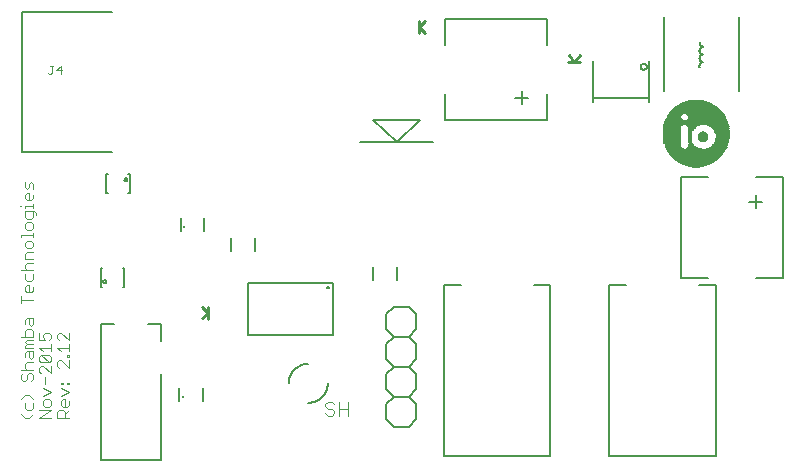
<source format=gto>
G75*
%MOIN*%
%OFA0B0*%
%FSLAX25Y25*%
%IPPOS*%
%LPD*%
%AMOC8*
5,1,8,0,0,1.08239X$1,22.5*
%
%ADD10C,0.00300*%
%ADD11R,0.02362X0.00118*%
%ADD12R,0.04016X0.00118*%
%ADD13R,0.05197X0.00118*%
%ADD14R,0.06142X0.00118*%
%ADD15R,0.06850X0.00118*%
%ADD16R,0.07559X0.00118*%
%ADD17R,0.08268X0.00118*%
%ADD18R,0.08740X0.00118*%
%ADD19R,0.09213X0.00118*%
%ADD20R,0.09685X0.00118*%
%ADD21R,0.10157X0.00118*%
%ADD22R,0.10630X0.00118*%
%ADD23R,0.11102X0.00118*%
%ADD24R,0.11575X0.00118*%
%ADD25R,0.12047X0.00118*%
%ADD26R,0.12283X0.00118*%
%ADD27R,0.12756X0.00118*%
%ADD28R,0.12992X0.00118*%
%ADD29R,0.13228X0.00118*%
%ADD30R,0.13701X0.00118*%
%ADD31R,0.13937X0.00118*%
%ADD32R,0.14173X0.00118*%
%ADD33R,0.14409X0.00118*%
%ADD34R,0.14882X0.00118*%
%ADD35R,0.15118X0.00118*%
%ADD36R,0.15354X0.00118*%
%ADD37R,0.15591X0.00118*%
%ADD38R,0.15827X0.00118*%
%ADD39R,0.16063X0.00118*%
%ADD40R,0.16299X0.00118*%
%ADD41R,0.16535X0.00118*%
%ADD42R,0.16772X0.00118*%
%ADD43R,0.17008X0.00118*%
%ADD44R,0.17244X0.00118*%
%ADD45R,0.17480X0.00118*%
%ADD46R,0.17717X0.00118*%
%ADD47R,0.17953X0.00118*%
%ADD48R,0.18189X0.00118*%
%ADD49R,0.18425X0.00118*%
%ADD50R,0.18661X0.00118*%
%ADD51R,0.18898X0.00118*%
%ADD52R,0.19134X0.00118*%
%ADD53R,0.19370X0.00118*%
%ADD54R,0.19606X0.00118*%
%ADD55R,0.19843X0.00118*%
%ADD56R,0.05669X0.00118*%
%ADD57R,0.05079X0.00118*%
%ADD58R,0.06732X0.00118*%
%ADD59R,0.05551X0.00118*%
%ADD60R,0.04370X0.00118*%
%ADD61R,0.06378X0.00118*%
%ADD62R,0.05433X0.00118*%
%ADD63R,0.03898X0.00118*%
%ADD64R,0.06024X0.00118*%
%ADD65R,0.03543X0.00118*%
%ADD66R,0.05906X0.00118*%
%ADD67R,0.05315X0.00118*%
%ADD68R,0.03189X0.00118*%
%ADD69R,0.02953X0.00118*%
%ADD70R,0.02717X0.00118*%
%ADD71R,0.02598X0.00118*%
%ADD72R,0.02244X0.00118*%
%ADD73R,0.02126X0.00118*%
%ADD74R,0.02008X0.00118*%
%ADD75R,0.01890X0.00118*%
%ADD76R,0.04961X0.00118*%
%ADD77R,0.01772X0.00118*%
%ADD78R,0.04843X0.00118*%
%ADD79R,0.01654X0.00118*%
%ADD80R,0.01535X0.00118*%
%ADD81R,0.05787X0.00118*%
%ADD82R,0.01417X0.00118*%
%ADD83R,0.01063X0.00118*%
%ADD84R,0.04724X0.00118*%
%ADD85R,0.01299X0.00118*%
%ADD86R,0.01181X0.00118*%
%ADD87R,0.02480X0.00118*%
%ADD88R,0.04606X0.00118*%
%ADD89R,0.03071X0.00118*%
%ADD90R,0.03307X0.00118*%
%ADD91R,0.03425X0.00118*%
%ADD92R,0.02835X0.00118*%
%ADD93R,0.00827X0.00118*%
%ADD94R,0.06260X0.00118*%
%ADD95R,0.06614X0.00118*%
%ADD96R,0.03661X0.00118*%
%ADD97R,0.04134X0.00118*%
%ADD98R,0.06969X0.00118*%
%ADD99R,0.06496X0.00118*%
%ADD100R,0.07323X0.00118*%
%ADD101R,0.12638X0.00118*%
%ADD102R,0.07913X0.00118*%
%ADD103R,0.21732X0.00118*%
%ADD104R,0.21496X0.00118*%
%ADD105R,0.21260X0.00118*%
%ADD106R,0.21024X0.00118*%
%ADD107R,0.20787X0.00118*%
%ADD108R,0.13583X0.00118*%
%ADD109R,0.13346X0.00118*%
%ADD110R,0.13110X0.00118*%
%ADD111R,0.12874X0.00118*%
%ADD112R,0.12520X0.00118*%
%ADD113R,0.12402X0.00118*%
%ADD114C,0.00600*%
%ADD115C,0.00500*%
%ADD116C,0.00800*%
%ADD117C,0.01181*%
%ADD118C,0.01000*%
%ADD119C,0.00400*%
D10*
X0006282Y0029933D02*
X0005048Y0031167D01*
X0006282Y0029933D02*
X0007516Y0029933D01*
X0008751Y0031167D01*
X0008134Y0032388D02*
X0008751Y0033005D01*
X0008751Y0034857D01*
X0008751Y0036071D02*
X0007516Y0037306D01*
X0006282Y0037306D01*
X0005048Y0036071D01*
X0006282Y0034857D02*
X0006282Y0033005D01*
X0006899Y0032388D01*
X0008134Y0032388D01*
X0011048Y0032402D02*
X0014751Y0032402D01*
X0011048Y0029933D01*
X0014751Y0029933D01*
X0017048Y0029933D02*
X0017048Y0031784D01*
X0017665Y0032402D01*
X0018899Y0032402D01*
X0019516Y0031784D01*
X0019516Y0029933D01*
X0019516Y0031167D02*
X0020751Y0032402D01*
X0020134Y0033616D02*
X0018899Y0033616D01*
X0018282Y0034233D01*
X0018282Y0035468D01*
X0018899Y0036085D01*
X0019516Y0036085D01*
X0019516Y0033616D01*
X0020134Y0033616D02*
X0020751Y0034233D01*
X0020751Y0035468D01*
X0020751Y0038533D02*
X0018282Y0037299D01*
X0018282Y0039768D02*
X0020751Y0038533D01*
X0020751Y0040982D02*
X0020134Y0040982D01*
X0020134Y0041599D01*
X0020751Y0041599D01*
X0020751Y0040982D01*
X0018899Y0040982D02*
X0018282Y0040982D01*
X0018282Y0041599D01*
X0018899Y0041599D01*
X0018899Y0040982D01*
X0014751Y0038533D02*
X0012282Y0039768D01*
X0012899Y0040982D02*
X0012899Y0043451D01*
X0011665Y0044665D02*
X0011048Y0045283D01*
X0011048Y0046517D01*
X0011665Y0047134D01*
X0012282Y0047134D01*
X0014751Y0044665D01*
X0014751Y0047134D01*
X0014134Y0048349D02*
X0011665Y0050817D01*
X0014134Y0050817D01*
X0014751Y0050200D01*
X0014751Y0048966D01*
X0014134Y0048349D01*
X0011665Y0048349D01*
X0011048Y0048966D01*
X0011048Y0050200D01*
X0011665Y0050817D01*
X0012282Y0052032D02*
X0011048Y0053266D01*
X0014751Y0053266D01*
X0014751Y0052032D02*
X0014751Y0054500D01*
X0014134Y0055715D02*
X0014751Y0056332D01*
X0014751Y0057566D01*
X0014134Y0058184D01*
X0012899Y0058184D01*
X0012282Y0057566D01*
X0012282Y0056949D01*
X0012899Y0055715D01*
X0011048Y0055715D01*
X0011048Y0058184D01*
X0008751Y0058794D02*
X0008751Y0056943D01*
X0005048Y0056943D01*
X0006282Y0056943D02*
X0006282Y0058794D01*
X0006899Y0059411D01*
X0008134Y0059411D01*
X0008751Y0058794D01*
X0008134Y0060626D02*
X0007516Y0061243D01*
X0007516Y0063094D01*
X0006899Y0063094D02*
X0008751Y0063094D01*
X0008751Y0061243D01*
X0008134Y0060626D01*
X0006282Y0061243D02*
X0006282Y0062477D01*
X0006899Y0063094D01*
X0017048Y0057566D02*
X0017665Y0058184D01*
X0018282Y0058184D01*
X0020751Y0055715D01*
X0020751Y0058184D01*
X0017048Y0057566D02*
X0017048Y0056332D01*
X0017665Y0055715D01*
X0017048Y0053266D02*
X0020751Y0053266D01*
X0020751Y0052032D02*
X0020751Y0054500D01*
X0018282Y0052032D02*
X0017048Y0053266D01*
X0020134Y0050807D02*
X0020751Y0050807D01*
X0020751Y0050190D01*
X0020134Y0050190D01*
X0020134Y0050807D01*
X0020751Y0048976D02*
X0020751Y0046507D01*
X0018282Y0048976D01*
X0017665Y0048976D01*
X0017048Y0048359D01*
X0017048Y0047124D01*
X0017665Y0046507D01*
X0008751Y0045893D02*
X0005048Y0045893D01*
X0005665Y0044679D02*
X0005048Y0044062D01*
X0005048Y0042827D01*
X0005665Y0042210D01*
X0006282Y0042210D01*
X0006899Y0042827D01*
X0006899Y0044062D01*
X0007516Y0044679D01*
X0008134Y0044679D01*
X0008751Y0044062D01*
X0008751Y0042827D01*
X0008134Y0042210D01*
X0006899Y0045893D02*
X0006282Y0046510D01*
X0006282Y0047745D01*
X0006899Y0048362D01*
X0008751Y0048362D01*
X0008134Y0049576D02*
X0007516Y0050193D01*
X0007516Y0052045D01*
X0006899Y0052045D02*
X0008751Y0052045D01*
X0008751Y0050193D01*
X0008134Y0049576D01*
X0006282Y0050193D02*
X0006282Y0051428D01*
X0006899Y0052045D01*
X0006282Y0053259D02*
X0006282Y0053877D01*
X0006899Y0054494D01*
X0006282Y0055111D01*
X0006899Y0055728D01*
X0008751Y0055728D01*
X0008751Y0054494D02*
X0006899Y0054494D01*
X0006282Y0053259D02*
X0008751Y0053259D01*
X0014751Y0038533D02*
X0012282Y0037299D01*
X0012899Y0036085D02*
X0012282Y0035468D01*
X0012282Y0034233D01*
X0012899Y0033616D01*
X0014134Y0033616D01*
X0014751Y0034233D01*
X0014751Y0035468D01*
X0014134Y0036085D01*
X0012899Y0036085D01*
X0017048Y0029933D02*
X0020751Y0029933D01*
X0008751Y0069226D02*
X0005048Y0069226D01*
X0005048Y0067992D02*
X0005048Y0070461D01*
X0006282Y0072292D02*
X0006899Y0071675D01*
X0008134Y0071675D01*
X0008751Y0072292D01*
X0008751Y0073527D01*
X0007516Y0074144D02*
X0007516Y0071675D01*
X0006282Y0072292D02*
X0006282Y0073527D01*
X0006899Y0074144D01*
X0007516Y0074144D01*
X0006899Y0075358D02*
X0008134Y0075358D01*
X0008751Y0075975D01*
X0008751Y0077827D01*
X0008751Y0079041D02*
X0005048Y0079041D01*
X0006282Y0079659D02*
X0006282Y0080893D01*
X0006899Y0081510D01*
X0008751Y0081510D01*
X0008751Y0082725D02*
X0006282Y0082725D01*
X0006282Y0084576D01*
X0006899Y0085193D01*
X0008751Y0085193D01*
X0008134Y0086408D02*
X0008751Y0087025D01*
X0008751Y0088259D01*
X0008134Y0088876D01*
X0006899Y0088876D01*
X0006282Y0088259D01*
X0006282Y0087025D01*
X0006899Y0086408D01*
X0008134Y0086408D01*
X0008751Y0090091D02*
X0008751Y0091325D01*
X0008751Y0090708D02*
X0005048Y0090708D01*
X0005048Y0090091D01*
X0006899Y0092546D02*
X0008134Y0092546D01*
X0008751Y0093163D01*
X0008751Y0094398D01*
X0008134Y0095015D01*
X0006899Y0095015D01*
X0006282Y0094398D01*
X0006282Y0093163D01*
X0006899Y0092546D01*
X0006899Y0096229D02*
X0008134Y0096229D01*
X0008751Y0096847D01*
X0008751Y0098698D01*
X0009368Y0098698D02*
X0006282Y0098698D01*
X0006282Y0096847D01*
X0006899Y0096229D01*
X0009985Y0097464D02*
X0009985Y0098081D01*
X0009368Y0098698D01*
X0008751Y0099913D02*
X0008751Y0101147D01*
X0008751Y0100530D02*
X0006282Y0100530D01*
X0006282Y0099913D01*
X0005048Y0100530D02*
X0004430Y0100530D01*
X0006282Y0102985D02*
X0006282Y0104220D01*
X0006899Y0104837D01*
X0007516Y0104837D01*
X0007516Y0102368D01*
X0006899Y0102368D02*
X0006282Y0102985D01*
X0006899Y0102368D02*
X0008134Y0102368D01*
X0008751Y0102985D01*
X0008751Y0104220D01*
X0008751Y0106051D02*
X0008751Y0107903D01*
X0008134Y0108520D01*
X0007516Y0107903D01*
X0007516Y0106668D01*
X0006899Y0106051D01*
X0006282Y0106668D01*
X0006282Y0108520D01*
X0006282Y0079659D02*
X0006899Y0079041D01*
X0006282Y0077827D02*
X0006282Y0075975D01*
X0006899Y0075358D01*
X0014251Y0144382D02*
X0014735Y0144382D01*
X0015219Y0144865D01*
X0015219Y0147284D01*
X0015702Y0147284D02*
X0014735Y0147284D01*
X0016714Y0145833D02*
X0018649Y0145833D01*
X0018165Y0147284D02*
X0016714Y0145833D01*
X0018165Y0144382D02*
X0018165Y0147284D01*
X0014251Y0144382D02*
X0013767Y0144865D01*
D11*
X0228440Y0126279D03*
X0228440Y0120255D03*
X0229976Y0113287D03*
X0229976Y0135610D03*
D12*
X0229976Y0135491D03*
X0229976Y0113405D03*
D13*
X0229976Y0113523D03*
X0237889Y0120491D03*
X0238598Y0125098D03*
X0238598Y0125216D03*
X0222535Y0129350D03*
X0229976Y0135373D03*
D14*
X0229976Y0135255D03*
X0222062Y0126869D03*
X0222062Y0126751D03*
X0221944Y0126397D03*
X0221944Y0126279D03*
X0221826Y0125570D03*
X0221826Y0125452D03*
X0221826Y0125334D03*
X0221826Y0125216D03*
X0221826Y0125098D03*
X0221826Y0124980D03*
X0221826Y0124862D03*
X0221826Y0124743D03*
X0221826Y0124625D03*
X0221826Y0124507D03*
X0221826Y0124389D03*
X0221826Y0124271D03*
X0221826Y0124153D03*
X0221826Y0124035D03*
X0221826Y0123917D03*
X0221826Y0123799D03*
X0221826Y0123680D03*
X0221826Y0123562D03*
X0221826Y0123444D03*
X0221826Y0123326D03*
X0229976Y0113641D03*
D15*
X0229976Y0113759D03*
X0237535Y0126988D03*
X0229976Y0135137D03*
D16*
X0229976Y0135019D03*
X0229976Y0113877D03*
D17*
X0229976Y0113995D03*
X0229976Y0134901D03*
D18*
X0229976Y0134783D03*
X0229976Y0114114D03*
D19*
X0229976Y0114232D03*
X0229976Y0134665D03*
D20*
X0229976Y0134547D03*
X0229976Y0114350D03*
D21*
X0229976Y0114468D03*
X0229976Y0134428D03*
D22*
X0229976Y0134310D03*
X0229976Y0114586D03*
D23*
X0229976Y0114704D03*
X0229976Y0134192D03*
D24*
X0229976Y0134074D03*
X0229976Y0114822D03*
D25*
X0229976Y0114940D03*
X0229976Y0133956D03*
D26*
X0229976Y0133838D03*
X0233165Y0130649D03*
X0233283Y0130531D03*
X0233401Y0130295D03*
X0229976Y0115058D03*
D27*
X0229976Y0115177D03*
X0233637Y0129468D03*
X0229976Y0133720D03*
D28*
X0229976Y0133602D03*
X0233637Y0129232D03*
X0229976Y0115295D03*
D29*
X0229976Y0115413D03*
X0229976Y0133484D03*
D30*
X0229976Y0133365D03*
X0229976Y0115531D03*
D31*
X0229976Y0115649D03*
X0233401Y0128759D03*
X0229976Y0133247D03*
D32*
X0229976Y0133129D03*
X0229976Y0115767D03*
D33*
X0229976Y0115885D03*
X0229976Y0133011D03*
D34*
X0229976Y0132893D03*
X0229976Y0116003D03*
D35*
X0229976Y0116121D03*
X0229976Y0132775D03*
D36*
X0229976Y0132657D03*
X0229976Y0116239D03*
D37*
X0229976Y0116358D03*
X0229976Y0132539D03*
D38*
X0229976Y0132421D03*
X0229976Y0116476D03*
D39*
X0229976Y0116594D03*
X0229976Y0132302D03*
D40*
X0229976Y0132184D03*
X0229976Y0116712D03*
D41*
X0229976Y0116830D03*
X0229976Y0132066D03*
D42*
X0229976Y0131948D03*
X0229976Y0116948D03*
D43*
X0229976Y0117066D03*
X0229976Y0117184D03*
X0229976Y0131712D03*
X0229976Y0131830D03*
D44*
X0229976Y0131594D03*
X0229976Y0117302D03*
D45*
X0229976Y0117421D03*
X0229976Y0131476D03*
D46*
X0229976Y0131358D03*
X0229976Y0117539D03*
D47*
X0229976Y0117657D03*
X0229976Y0117775D03*
X0229976Y0131121D03*
X0229976Y0131239D03*
D48*
X0229976Y0117893D03*
D49*
X0229976Y0118011D03*
D50*
X0229976Y0118129D03*
X0229976Y0118247D03*
D51*
X0229976Y0118365D03*
D52*
X0229976Y0118484D03*
X0229976Y0118602D03*
D53*
X0229976Y0118720D03*
X0229976Y0118838D03*
D54*
X0229976Y0118956D03*
X0229976Y0119074D03*
D55*
X0229976Y0119192D03*
D56*
X0237298Y0119783D03*
X0237417Y0119901D03*
X0238243Y0126043D03*
X0222535Y0128995D03*
X0222062Y0121318D03*
X0222062Y0121200D03*
X0222062Y0121082D03*
X0222889Y0119310D03*
D57*
X0229090Y0119310D03*
X0237948Y0120610D03*
X0238066Y0120728D03*
X0238657Y0124862D03*
X0238657Y0124980D03*
X0222476Y0129468D03*
D58*
X0236531Y0119310D03*
D59*
X0222712Y0119428D03*
X0222121Y0120728D03*
X0222121Y0120846D03*
X0222121Y0120964D03*
X0238302Y0125925D03*
D60*
X0228972Y0119428D03*
D61*
X0236826Y0119428D03*
X0237771Y0126751D03*
X0222298Y0127106D03*
D62*
X0222535Y0129114D03*
X0238361Y0125806D03*
X0238361Y0125688D03*
X0238480Y0125570D03*
X0237653Y0120137D03*
X0237535Y0120019D03*
X0222653Y0119547D03*
X0222535Y0119665D03*
X0222298Y0120137D03*
X0222298Y0120255D03*
X0222180Y0120373D03*
X0222180Y0120491D03*
X0222180Y0120610D03*
D63*
X0228854Y0119547D03*
D64*
X0237003Y0119547D03*
X0221885Y0122499D03*
X0221885Y0122617D03*
X0221885Y0122736D03*
X0221885Y0122854D03*
X0221885Y0122972D03*
X0221885Y0123090D03*
X0221885Y0123208D03*
X0221885Y0125688D03*
X0221885Y0125806D03*
X0221885Y0125925D03*
X0221885Y0126043D03*
X0221885Y0126161D03*
X0222003Y0126515D03*
X0222003Y0126633D03*
X0237948Y0126515D03*
X0238066Y0126397D03*
D65*
X0228794Y0119665D03*
D66*
X0237180Y0119665D03*
X0221944Y0121909D03*
X0221944Y0122027D03*
X0221944Y0122145D03*
X0221944Y0122263D03*
X0221944Y0122381D03*
X0238125Y0126279D03*
D67*
X0238539Y0125452D03*
X0238539Y0125334D03*
X0237830Y0120373D03*
X0237712Y0120255D03*
X0222476Y0119783D03*
X0222357Y0119901D03*
X0222357Y0120019D03*
X0222476Y0129232D03*
D68*
X0232397Y0124035D03*
X0232397Y0123917D03*
X0232397Y0122736D03*
X0232397Y0122617D03*
X0228735Y0119783D03*
D69*
X0228617Y0119901D03*
X0232397Y0122381D03*
X0232397Y0124153D03*
D70*
X0232397Y0124389D03*
X0232397Y0122263D03*
X0228617Y0120019D03*
D71*
X0228558Y0120137D03*
X0228558Y0126515D03*
D72*
X0228381Y0126161D03*
X0232397Y0124625D03*
X0232397Y0122027D03*
X0228381Y0120373D03*
D73*
X0228322Y0120491D03*
X0228322Y0126043D03*
D74*
X0228263Y0125925D03*
X0232397Y0121909D03*
X0228263Y0120728D03*
X0228263Y0120610D03*
D75*
X0228204Y0120846D03*
X0228204Y0125806D03*
X0232338Y0124743D03*
D76*
X0238716Y0124743D03*
X0238716Y0124625D03*
X0238716Y0124507D03*
X0238243Y0121082D03*
X0238125Y0120846D03*
X0222535Y0129586D03*
X0222535Y0129704D03*
D77*
X0228145Y0125688D03*
X0228145Y0125570D03*
X0228145Y0120964D03*
D78*
X0238184Y0120964D03*
X0238302Y0121200D03*
X0238302Y0121318D03*
X0238420Y0121436D03*
X0238420Y0121554D03*
X0238775Y0123917D03*
X0238775Y0124035D03*
X0238775Y0124153D03*
X0238775Y0124271D03*
X0238775Y0124389D03*
X0223302Y0131003D03*
X0222594Y0129822D03*
D79*
X0228086Y0125452D03*
X0228086Y0121200D03*
X0228086Y0121082D03*
X0232338Y0121791D03*
D80*
X0228027Y0121436D03*
X0228027Y0121318D03*
X0228027Y0125216D03*
X0228027Y0125334D03*
X0232397Y0124862D03*
D81*
X0238184Y0126161D03*
X0222594Y0128877D03*
X0222003Y0121791D03*
X0222003Y0121673D03*
X0222003Y0121554D03*
X0222003Y0121436D03*
D82*
X0227968Y0121554D03*
X0227968Y0121673D03*
X0227968Y0124980D03*
X0227968Y0125098D03*
D83*
X0227791Y0124035D03*
X0227791Y0123917D03*
X0227791Y0123799D03*
X0227791Y0123680D03*
X0227791Y0123562D03*
X0227791Y0123444D03*
X0227791Y0123326D03*
X0227791Y0123208D03*
X0227791Y0123090D03*
X0227791Y0122972D03*
X0227791Y0122854D03*
X0227791Y0122736D03*
X0227791Y0122617D03*
X0232397Y0121673D03*
D84*
X0238480Y0121673D03*
X0238480Y0121791D03*
X0238598Y0121909D03*
X0238598Y0122027D03*
X0238598Y0122145D03*
X0238716Y0122499D03*
X0238716Y0122617D03*
X0238716Y0122736D03*
X0238834Y0123326D03*
X0238834Y0123444D03*
X0238834Y0123562D03*
X0238834Y0123680D03*
X0238834Y0123799D03*
X0223125Y0130885D03*
X0223007Y0130767D03*
X0222653Y0130177D03*
X0222653Y0130058D03*
X0222535Y0129940D03*
D85*
X0227909Y0124862D03*
X0227909Y0124743D03*
X0227909Y0124625D03*
X0227909Y0122027D03*
X0227909Y0121909D03*
X0227909Y0121791D03*
D86*
X0227850Y0122145D03*
X0227850Y0122263D03*
X0227850Y0122381D03*
X0227850Y0122499D03*
X0227850Y0124153D03*
X0227850Y0124271D03*
X0227850Y0124389D03*
X0227850Y0124507D03*
D87*
X0228499Y0126397D03*
X0232397Y0124507D03*
X0232397Y0122145D03*
D88*
X0228854Y0127224D03*
X0222948Y0130649D03*
X0222830Y0130531D03*
X0222712Y0130413D03*
X0222712Y0130295D03*
X0238775Y0123208D03*
X0238775Y0123090D03*
X0238775Y0122972D03*
X0238775Y0122854D03*
X0238657Y0122381D03*
X0238657Y0122263D03*
D89*
X0232338Y0122499D03*
X0228676Y0126751D03*
D90*
X0228676Y0126869D03*
X0232338Y0123799D03*
X0232338Y0122854D03*
D91*
X0232397Y0122972D03*
X0232397Y0123090D03*
X0232397Y0123208D03*
X0232397Y0123326D03*
X0232397Y0123444D03*
X0232397Y0123562D03*
X0232397Y0123680D03*
D92*
X0232338Y0124271D03*
X0228558Y0126633D03*
D93*
X0232397Y0124980D03*
D94*
X0237830Y0126633D03*
X0222712Y0128759D03*
X0222121Y0126988D03*
D95*
X0237653Y0126869D03*
D96*
X0228735Y0126988D03*
D97*
X0228854Y0127106D03*
D98*
X0237357Y0127106D03*
D99*
X0222357Y0127224D03*
D100*
X0237180Y0127224D03*
D101*
X0233578Y0129586D03*
X0233578Y0129704D03*
X0225428Y0127342D03*
D102*
X0236885Y0127342D03*
D103*
X0229976Y0127460D03*
D104*
X0229976Y0127578D03*
X0229976Y0127696D03*
X0229976Y0127814D03*
D105*
X0229976Y0127932D03*
X0229976Y0128051D03*
X0229976Y0128169D03*
D106*
X0229976Y0128287D03*
X0229976Y0128405D03*
X0229976Y0128523D03*
D107*
X0229976Y0128641D03*
D108*
X0233460Y0128877D03*
D109*
X0233578Y0128995D03*
D110*
X0233578Y0129114D03*
D111*
X0233578Y0129350D03*
D112*
X0233519Y0129822D03*
X0233519Y0129940D03*
X0232810Y0131003D03*
D113*
X0232987Y0130885D03*
X0233106Y0130767D03*
X0233342Y0130413D03*
X0233460Y0130177D03*
X0233460Y0130058D03*
D114*
X0173949Y0136562D02*
X0169678Y0136562D01*
X0171813Y0134427D02*
X0171813Y0138697D01*
X0249751Y0104096D02*
X0249751Y0099826D01*
X0247616Y0101961D02*
X0251886Y0101961D01*
X0136629Y0064310D02*
X0136629Y0059310D01*
X0134129Y0056810D01*
X0136629Y0054310D01*
X0136629Y0049310D01*
X0134129Y0046810D01*
X0136629Y0044310D01*
X0136629Y0039310D01*
X0134129Y0036810D01*
X0136629Y0034310D01*
X0136629Y0029310D01*
X0134129Y0026810D01*
X0129129Y0026810D01*
X0126629Y0029310D01*
X0126629Y0034310D01*
X0129129Y0036810D01*
X0126629Y0039310D01*
X0126629Y0044310D01*
X0129129Y0046810D01*
X0134129Y0046810D01*
X0129129Y0046810D02*
X0126629Y0049310D01*
X0126629Y0054310D01*
X0129129Y0056810D01*
X0126629Y0059310D01*
X0126629Y0064310D01*
X0129129Y0066810D01*
X0134129Y0066810D01*
X0136629Y0064310D01*
X0134129Y0056810D02*
X0129129Y0056810D01*
X0100625Y0047897D02*
X0100465Y0047895D01*
X0100306Y0047889D01*
X0100147Y0047879D01*
X0099988Y0047866D01*
X0099829Y0047848D01*
X0099671Y0047827D01*
X0099514Y0047801D01*
X0099357Y0047772D01*
X0099201Y0047739D01*
X0099046Y0047702D01*
X0098891Y0047662D01*
X0098738Y0047617D01*
X0098586Y0047569D01*
X0098435Y0047517D01*
X0098286Y0047461D01*
X0098138Y0047402D01*
X0097991Y0047339D01*
X0097846Y0047273D01*
X0097703Y0047203D01*
X0097561Y0047129D01*
X0097421Y0047053D01*
X0097283Y0046972D01*
X0097148Y0046889D01*
X0097014Y0046802D01*
X0096882Y0046711D01*
X0096753Y0046618D01*
X0096626Y0046521D01*
X0096501Y0046422D01*
X0096379Y0046319D01*
X0096260Y0046213D01*
X0096143Y0046105D01*
X0096029Y0045993D01*
X0095917Y0045879D01*
X0095809Y0045762D01*
X0095703Y0045643D01*
X0095600Y0045521D01*
X0095501Y0045396D01*
X0095404Y0045269D01*
X0095311Y0045140D01*
X0095220Y0045008D01*
X0095133Y0044874D01*
X0095050Y0044739D01*
X0094969Y0044601D01*
X0094893Y0044461D01*
X0094819Y0044319D01*
X0094749Y0044176D01*
X0094683Y0044031D01*
X0094620Y0043884D01*
X0094561Y0043736D01*
X0094505Y0043587D01*
X0094453Y0043436D01*
X0094405Y0043284D01*
X0094360Y0043131D01*
X0094320Y0042976D01*
X0094283Y0042821D01*
X0094250Y0042665D01*
X0094221Y0042508D01*
X0094195Y0042351D01*
X0094174Y0042193D01*
X0094156Y0042034D01*
X0094143Y0041875D01*
X0094133Y0041716D01*
X0094127Y0041557D01*
X0094125Y0041397D01*
X0100625Y0034897D02*
X0100785Y0034899D01*
X0100944Y0034905D01*
X0101103Y0034915D01*
X0101262Y0034928D01*
X0101421Y0034946D01*
X0101579Y0034967D01*
X0101736Y0034993D01*
X0101893Y0035022D01*
X0102049Y0035055D01*
X0102204Y0035092D01*
X0102359Y0035132D01*
X0102512Y0035177D01*
X0102664Y0035225D01*
X0102815Y0035277D01*
X0102964Y0035333D01*
X0103112Y0035392D01*
X0103259Y0035455D01*
X0103404Y0035521D01*
X0103547Y0035591D01*
X0103689Y0035665D01*
X0103829Y0035741D01*
X0103967Y0035822D01*
X0104102Y0035905D01*
X0104236Y0035992D01*
X0104368Y0036083D01*
X0104497Y0036176D01*
X0104624Y0036273D01*
X0104749Y0036372D01*
X0104871Y0036475D01*
X0104990Y0036581D01*
X0105107Y0036689D01*
X0105221Y0036801D01*
X0105333Y0036915D01*
X0105441Y0037032D01*
X0105547Y0037151D01*
X0105650Y0037273D01*
X0105749Y0037398D01*
X0105846Y0037525D01*
X0105939Y0037654D01*
X0106030Y0037786D01*
X0106117Y0037920D01*
X0106200Y0038055D01*
X0106281Y0038193D01*
X0106357Y0038333D01*
X0106431Y0038475D01*
X0106501Y0038618D01*
X0106567Y0038763D01*
X0106630Y0038910D01*
X0106689Y0039058D01*
X0106745Y0039207D01*
X0106797Y0039358D01*
X0106845Y0039510D01*
X0106890Y0039663D01*
X0106930Y0039818D01*
X0106967Y0039973D01*
X0107000Y0040129D01*
X0107029Y0040286D01*
X0107055Y0040443D01*
X0107076Y0040601D01*
X0107094Y0040760D01*
X0107107Y0040919D01*
X0107117Y0041078D01*
X0107123Y0041237D01*
X0107125Y0041397D01*
X0129129Y0036810D02*
X0134129Y0036810D01*
D115*
X0031728Y0015806D02*
X0031728Y0061082D01*
X0036058Y0061082D01*
X0047082Y0061082D02*
X0051413Y0061082D01*
X0051413Y0055570D01*
X0051413Y0044547D02*
X0051413Y0015806D01*
X0031728Y0015806D01*
X0080645Y0057342D02*
X0080645Y0074665D01*
X0108794Y0074665D01*
X0108794Y0057342D01*
X0080645Y0057342D01*
X0107023Y0073287D02*
X0107025Y0073314D01*
X0107031Y0073341D01*
X0107040Y0073367D01*
X0107053Y0073391D01*
X0107069Y0073414D01*
X0107088Y0073433D01*
X0107110Y0073450D01*
X0107134Y0073464D01*
X0107159Y0073474D01*
X0107186Y0073481D01*
X0107213Y0073484D01*
X0107241Y0073483D01*
X0107268Y0073478D01*
X0107294Y0073470D01*
X0107318Y0073458D01*
X0107341Y0073442D01*
X0107362Y0073424D01*
X0107379Y0073403D01*
X0107394Y0073379D01*
X0107405Y0073354D01*
X0107413Y0073328D01*
X0107417Y0073301D01*
X0107417Y0073273D01*
X0107413Y0073246D01*
X0107405Y0073220D01*
X0107394Y0073195D01*
X0107379Y0073171D01*
X0107362Y0073150D01*
X0107341Y0073132D01*
X0107319Y0073116D01*
X0107294Y0073104D01*
X0107268Y0073096D01*
X0107241Y0073091D01*
X0107213Y0073090D01*
X0107186Y0073093D01*
X0107159Y0073100D01*
X0107134Y0073110D01*
X0107110Y0073124D01*
X0107088Y0073141D01*
X0107069Y0073160D01*
X0107053Y0073183D01*
X0107040Y0073207D01*
X0107031Y0073233D01*
X0107025Y0073260D01*
X0107023Y0073287D01*
X0122279Y0075649D02*
X0122279Y0079980D01*
X0130153Y0079980D02*
X0130153Y0075649D01*
X0145901Y0074074D02*
X0151413Y0074074D01*
X0145901Y0074074D02*
X0145901Y0016988D01*
X0181334Y0016988D01*
X0181334Y0074074D01*
X0175822Y0074074D01*
X0201019Y0074074D02*
X0206531Y0074074D01*
X0201019Y0074074D02*
X0201019Y0016988D01*
X0236452Y0016988D01*
X0236452Y0074074D01*
X0230940Y0074074D01*
X0233893Y0076436D02*
X0225035Y0076436D01*
X0225035Y0110295D01*
X0233893Y0110295D01*
X0250035Y0110295D02*
X0258893Y0110295D01*
X0258893Y0076436D01*
X0250035Y0076436D01*
X0142357Y0121909D02*
X0130153Y0121909D01*
X0122279Y0128995D01*
X0138027Y0128995D01*
X0130153Y0121909D01*
X0117948Y0121909D01*
X0146294Y0128995D02*
X0146294Y0137854D01*
X0146294Y0128995D02*
X0180153Y0128995D01*
X0180153Y0137854D01*
X0211456Y0146948D02*
X0211458Y0147011D01*
X0211464Y0147073D01*
X0211474Y0147135D01*
X0211487Y0147197D01*
X0211505Y0147257D01*
X0211526Y0147316D01*
X0211551Y0147374D01*
X0211580Y0147430D01*
X0211612Y0147484D01*
X0211647Y0147536D01*
X0211685Y0147585D01*
X0211727Y0147633D01*
X0211771Y0147677D01*
X0211819Y0147719D01*
X0211868Y0147757D01*
X0211920Y0147792D01*
X0211974Y0147824D01*
X0212030Y0147853D01*
X0212088Y0147878D01*
X0212147Y0147899D01*
X0212207Y0147917D01*
X0212269Y0147930D01*
X0212331Y0147940D01*
X0212393Y0147946D01*
X0212456Y0147948D01*
X0212519Y0147946D01*
X0212581Y0147940D01*
X0212643Y0147930D01*
X0212705Y0147917D01*
X0212765Y0147899D01*
X0212824Y0147878D01*
X0212882Y0147853D01*
X0212938Y0147824D01*
X0212992Y0147792D01*
X0213044Y0147757D01*
X0213093Y0147719D01*
X0213141Y0147677D01*
X0213185Y0147633D01*
X0213227Y0147585D01*
X0213265Y0147536D01*
X0213300Y0147484D01*
X0213332Y0147430D01*
X0213361Y0147374D01*
X0213386Y0147316D01*
X0213407Y0147257D01*
X0213425Y0147197D01*
X0213438Y0147135D01*
X0213448Y0147073D01*
X0213454Y0147011D01*
X0213456Y0146948D01*
X0213454Y0146885D01*
X0213448Y0146823D01*
X0213438Y0146761D01*
X0213425Y0146699D01*
X0213407Y0146639D01*
X0213386Y0146580D01*
X0213361Y0146522D01*
X0213332Y0146466D01*
X0213300Y0146412D01*
X0213265Y0146360D01*
X0213227Y0146311D01*
X0213185Y0146263D01*
X0213141Y0146219D01*
X0213093Y0146177D01*
X0213044Y0146139D01*
X0212992Y0146104D01*
X0212938Y0146072D01*
X0212882Y0146043D01*
X0212824Y0146018D01*
X0212765Y0145997D01*
X0212705Y0145979D01*
X0212643Y0145966D01*
X0212581Y0145956D01*
X0212519Y0145950D01*
X0212456Y0145948D01*
X0212393Y0145950D01*
X0212331Y0145956D01*
X0212269Y0145966D01*
X0212207Y0145979D01*
X0212147Y0145997D01*
X0212088Y0146018D01*
X0212030Y0146043D01*
X0211974Y0146072D01*
X0211920Y0146104D01*
X0211868Y0146139D01*
X0211819Y0146177D01*
X0211771Y0146219D01*
X0211727Y0146263D01*
X0211685Y0146311D01*
X0211647Y0146360D01*
X0211612Y0146412D01*
X0211580Y0146466D01*
X0211551Y0146522D01*
X0211526Y0146580D01*
X0211505Y0146639D01*
X0211487Y0146699D01*
X0211474Y0146761D01*
X0211464Y0146823D01*
X0211458Y0146885D01*
X0211456Y0146948D01*
X0219326Y0138641D02*
X0219326Y0163444D01*
X0231138Y0154980D02*
X0231131Y0154912D01*
X0231129Y0154844D01*
X0231130Y0154776D01*
X0231135Y0154708D01*
X0231144Y0154641D01*
X0231157Y0154574D01*
X0231173Y0154508D01*
X0231193Y0154443D01*
X0231216Y0154379D01*
X0231243Y0154317D01*
X0231273Y0154256D01*
X0231306Y0154197D01*
X0231343Y0154139D01*
X0231383Y0154084D01*
X0231426Y0154032D01*
X0231471Y0153981D01*
X0231520Y0153933D01*
X0231571Y0153888D01*
X0231624Y0153846D01*
X0231680Y0153807D01*
X0231737Y0153771D01*
X0231797Y0153738D01*
X0231858Y0153709D01*
X0231921Y0153683D01*
X0231985Y0153660D01*
X0232050Y0153641D01*
X0232116Y0153626D01*
X0232183Y0153614D01*
X0232251Y0153606D01*
X0232319Y0153602D01*
X0232318Y0153543D02*
X0232249Y0153541D01*
X0232180Y0153535D01*
X0232112Y0153526D01*
X0232045Y0153513D01*
X0231978Y0153496D01*
X0231912Y0153475D01*
X0231848Y0153451D01*
X0231785Y0153423D01*
X0231723Y0153392D01*
X0231663Y0153358D01*
X0231606Y0153320D01*
X0231550Y0153279D01*
X0231497Y0153236D01*
X0231446Y0153189D01*
X0231398Y0153140D01*
X0231353Y0153088D01*
X0231311Y0153033D01*
X0231272Y0152977D01*
X0231235Y0152918D01*
X0231203Y0152857D01*
X0231173Y0152795D01*
X0231147Y0152731D01*
X0231125Y0152666D01*
X0231106Y0152600D01*
X0231091Y0152533D01*
X0231080Y0152465D01*
X0231072Y0152396D01*
X0231068Y0152327D01*
X0231068Y0152259D01*
X0231072Y0152190D01*
X0231080Y0152121D01*
X0231091Y0152053D01*
X0231106Y0151986D01*
X0231125Y0151920D01*
X0231147Y0151855D01*
X0231173Y0151791D01*
X0231203Y0151729D01*
X0231235Y0151668D01*
X0231272Y0151609D01*
X0231311Y0151553D01*
X0231353Y0151498D01*
X0231398Y0151446D01*
X0231446Y0151397D01*
X0231497Y0151350D01*
X0231550Y0151307D01*
X0231606Y0151266D01*
X0231663Y0151228D01*
X0231723Y0151194D01*
X0231785Y0151163D01*
X0231848Y0151135D01*
X0231912Y0151111D01*
X0231978Y0151090D01*
X0232045Y0151073D01*
X0232112Y0151060D01*
X0232180Y0151051D01*
X0232249Y0151045D01*
X0232318Y0151043D01*
X0232249Y0151041D01*
X0232180Y0151035D01*
X0232112Y0151026D01*
X0232045Y0151013D01*
X0231978Y0150996D01*
X0231912Y0150975D01*
X0231848Y0150951D01*
X0231785Y0150923D01*
X0231723Y0150892D01*
X0231663Y0150858D01*
X0231606Y0150820D01*
X0231550Y0150779D01*
X0231497Y0150736D01*
X0231446Y0150689D01*
X0231398Y0150640D01*
X0231353Y0150588D01*
X0231311Y0150533D01*
X0231272Y0150477D01*
X0231235Y0150418D01*
X0231203Y0150357D01*
X0231173Y0150295D01*
X0231147Y0150231D01*
X0231125Y0150166D01*
X0231106Y0150100D01*
X0231091Y0150033D01*
X0231080Y0149965D01*
X0231072Y0149896D01*
X0231068Y0149827D01*
X0231068Y0149759D01*
X0231072Y0149690D01*
X0231080Y0149621D01*
X0231091Y0149553D01*
X0231106Y0149486D01*
X0231125Y0149420D01*
X0231147Y0149355D01*
X0231173Y0149291D01*
X0231203Y0149229D01*
X0231235Y0149168D01*
X0231272Y0149109D01*
X0231311Y0149053D01*
X0231353Y0148998D01*
X0231398Y0148946D01*
X0231446Y0148897D01*
X0231497Y0148850D01*
X0231550Y0148807D01*
X0231606Y0148766D01*
X0231663Y0148728D01*
X0231723Y0148694D01*
X0231785Y0148663D01*
X0231848Y0148635D01*
X0231912Y0148611D01*
X0231978Y0148590D01*
X0232045Y0148573D01*
X0232112Y0148560D01*
X0232180Y0148551D01*
X0232249Y0148545D01*
X0232318Y0148543D01*
X0232318Y0148484D02*
X0232248Y0148482D01*
X0232179Y0148476D01*
X0232109Y0148467D01*
X0232041Y0148454D01*
X0231973Y0148437D01*
X0231906Y0148416D01*
X0231841Y0148392D01*
X0231777Y0148364D01*
X0231714Y0148333D01*
X0231653Y0148298D01*
X0231595Y0148260D01*
X0231538Y0148219D01*
X0231484Y0148175D01*
X0231432Y0148128D01*
X0231383Y0148078D01*
X0231337Y0148026D01*
X0231293Y0147971D01*
X0231253Y0147914D01*
X0231216Y0147855D01*
X0231182Y0147794D01*
X0231151Y0147731D01*
X0231124Y0147666D01*
X0231101Y0147601D01*
X0231081Y0147534D01*
X0231065Y0147466D01*
X0231053Y0147397D01*
X0231044Y0147327D01*
X0231039Y0147258D01*
X0231038Y0147188D01*
X0231041Y0147118D01*
X0231047Y0147048D01*
X0231058Y0146979D01*
X0231072Y0146911D01*
X0231090Y0146843D01*
X0231111Y0146777D01*
X0231136Y0146712D01*
X0244129Y0138641D02*
X0244129Y0163444D01*
X0180153Y0162854D02*
X0180153Y0153995D01*
X0180153Y0162854D02*
X0146294Y0162854D01*
X0146294Y0153995D01*
X0035074Y0165216D02*
X0005153Y0165216D01*
X0005153Y0118365D01*
X0035074Y0118365D01*
X0033794Y0111082D02*
X0033302Y0111082D01*
X0033302Y0104783D01*
X0033794Y0104783D01*
X0040684Y0104783D02*
X0041176Y0104783D01*
X0041176Y0111082D01*
X0040684Y0111082D01*
X0039405Y0109212D02*
X0039407Y0109256D01*
X0039413Y0109300D01*
X0039423Y0109343D01*
X0039436Y0109385D01*
X0039454Y0109425D01*
X0039475Y0109464D01*
X0039499Y0109501D01*
X0039526Y0109536D01*
X0039557Y0109568D01*
X0039590Y0109597D01*
X0039626Y0109623D01*
X0039664Y0109645D01*
X0039704Y0109664D01*
X0039745Y0109680D01*
X0039788Y0109692D01*
X0039831Y0109700D01*
X0039875Y0109704D01*
X0039919Y0109704D01*
X0039963Y0109700D01*
X0040006Y0109692D01*
X0040049Y0109680D01*
X0040090Y0109664D01*
X0040130Y0109645D01*
X0040168Y0109623D01*
X0040204Y0109597D01*
X0040237Y0109568D01*
X0040268Y0109536D01*
X0040295Y0109501D01*
X0040319Y0109464D01*
X0040340Y0109425D01*
X0040358Y0109385D01*
X0040371Y0109343D01*
X0040381Y0109300D01*
X0040387Y0109256D01*
X0040389Y0109212D01*
X0040387Y0109168D01*
X0040381Y0109124D01*
X0040371Y0109081D01*
X0040358Y0109039D01*
X0040340Y0108999D01*
X0040319Y0108960D01*
X0040295Y0108923D01*
X0040268Y0108888D01*
X0040237Y0108856D01*
X0040204Y0108827D01*
X0040168Y0108801D01*
X0040130Y0108779D01*
X0040090Y0108760D01*
X0040049Y0108744D01*
X0040006Y0108732D01*
X0039963Y0108724D01*
X0039919Y0108720D01*
X0039875Y0108720D01*
X0039831Y0108724D01*
X0039788Y0108732D01*
X0039745Y0108744D01*
X0039704Y0108760D01*
X0039664Y0108779D01*
X0039626Y0108801D01*
X0039590Y0108827D01*
X0039557Y0108856D01*
X0039526Y0108888D01*
X0039499Y0108923D01*
X0039475Y0108960D01*
X0039454Y0108999D01*
X0039436Y0109039D01*
X0039423Y0109081D01*
X0039413Y0109124D01*
X0039407Y0109168D01*
X0039405Y0109212D01*
X0039405Y0079783D02*
X0038913Y0079783D01*
X0039405Y0079783D02*
X0039405Y0073484D01*
X0038913Y0073484D01*
X0032318Y0075354D02*
X0032320Y0075398D01*
X0032326Y0075442D01*
X0032336Y0075485D01*
X0032349Y0075527D01*
X0032367Y0075567D01*
X0032388Y0075606D01*
X0032412Y0075643D01*
X0032439Y0075678D01*
X0032470Y0075710D01*
X0032503Y0075739D01*
X0032539Y0075765D01*
X0032577Y0075787D01*
X0032617Y0075806D01*
X0032658Y0075822D01*
X0032701Y0075834D01*
X0032744Y0075842D01*
X0032788Y0075846D01*
X0032832Y0075846D01*
X0032876Y0075842D01*
X0032919Y0075834D01*
X0032962Y0075822D01*
X0033003Y0075806D01*
X0033043Y0075787D01*
X0033081Y0075765D01*
X0033117Y0075739D01*
X0033150Y0075710D01*
X0033181Y0075678D01*
X0033208Y0075643D01*
X0033232Y0075606D01*
X0033253Y0075567D01*
X0033271Y0075527D01*
X0033284Y0075485D01*
X0033294Y0075442D01*
X0033300Y0075398D01*
X0033302Y0075354D01*
X0033300Y0075310D01*
X0033294Y0075266D01*
X0033284Y0075223D01*
X0033271Y0075181D01*
X0033253Y0075141D01*
X0033232Y0075102D01*
X0033208Y0075065D01*
X0033181Y0075030D01*
X0033150Y0074998D01*
X0033117Y0074969D01*
X0033081Y0074943D01*
X0033043Y0074921D01*
X0033003Y0074902D01*
X0032962Y0074886D01*
X0032919Y0074874D01*
X0032876Y0074866D01*
X0032832Y0074862D01*
X0032788Y0074862D01*
X0032744Y0074866D01*
X0032701Y0074874D01*
X0032658Y0074886D01*
X0032617Y0074902D01*
X0032577Y0074921D01*
X0032539Y0074943D01*
X0032503Y0074969D01*
X0032470Y0074998D01*
X0032439Y0075030D01*
X0032412Y0075065D01*
X0032388Y0075102D01*
X0032367Y0075141D01*
X0032349Y0075181D01*
X0032336Y0075223D01*
X0032326Y0075266D01*
X0032320Y0075310D01*
X0032318Y0075354D01*
X0032023Y0073484D02*
X0031531Y0073484D01*
X0031531Y0079783D01*
X0032023Y0079783D01*
D116*
X0058106Y0092184D02*
X0058106Y0096515D01*
X0065980Y0096515D02*
X0065980Y0092184D01*
X0075035Y0089822D02*
X0075035Y0085491D01*
X0082909Y0085491D02*
X0082909Y0089822D01*
X0195507Y0135168D02*
X0195507Y0136436D01*
X0214405Y0136436D01*
X0214405Y0135068D01*
X0214405Y0136436D02*
X0214405Y0148828D01*
X0195507Y0148828D02*
X0195507Y0136436D01*
X0065586Y0039822D02*
X0065586Y0035491D01*
X0057712Y0035491D02*
X0057712Y0039822D01*
D117*
X0058893Y0036673D03*
X0059287Y0093365D03*
D118*
X0065173Y0066822D02*
X0067273Y0064822D01*
X0067373Y0064822D02*
X0065173Y0063022D01*
X0067373Y0062922D02*
X0067373Y0064822D01*
X0067373Y0066822D01*
X0187308Y0148468D02*
X0189208Y0148468D01*
X0187408Y0150668D01*
X0189208Y0148568D02*
X0191208Y0150668D01*
X0191208Y0148468D02*
X0189208Y0148468D01*
X0139620Y0158295D02*
X0137520Y0160295D01*
X0137420Y0160295D02*
X0139620Y0162095D01*
X0137420Y0162195D02*
X0137420Y0160295D01*
X0137420Y0158295D01*
D119*
X0113998Y0035201D02*
X0113998Y0030597D01*
X0113998Y0032899D02*
X0110929Y0032899D01*
X0109394Y0032132D02*
X0109394Y0031364D01*
X0108627Y0030597D01*
X0107093Y0030597D01*
X0106325Y0031364D01*
X0107093Y0032899D02*
X0108627Y0032899D01*
X0109394Y0032132D01*
X0110929Y0030597D02*
X0110929Y0035201D01*
X0109394Y0034434D02*
X0108627Y0035201D01*
X0107093Y0035201D01*
X0106325Y0034434D01*
X0106325Y0033666D01*
X0107093Y0032899D01*
M02*

</source>
